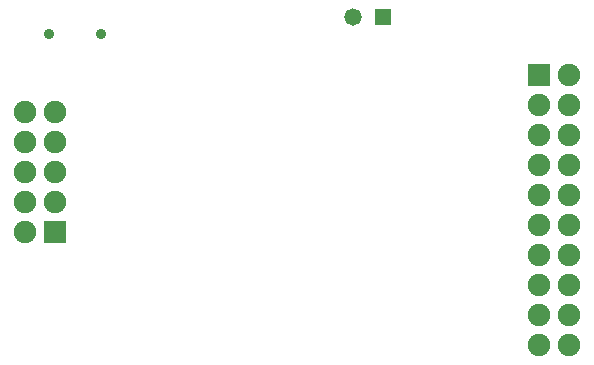
<source format=gbr>
G04 DipTrace 2.4.0.2*
%INBottomMask.gbr*%
%MOIN*%
%ADD39C,0.0354*%
%ADD58C,0.0748*%
%ADD60R,0.0748X0.0748*%
%ADD66R,0.0579X0.0579*%
%ADD68C,0.0579*%
%FSLAX44Y44*%
G04*
G70*
G90*
G75*
G01*
%LNBotMask*%
%LPD*%
D68*
X16000Y15625D3*
D66*
X17000D3*
D60*
X22187Y13687D3*
D58*
X23187D3*
X22187Y12687D3*
X23187D3*
X22187Y11687D3*
X23187D3*
X22187Y10687D3*
X23187D3*
X22187Y9687D3*
X23187D3*
X22187Y8687D3*
X23187D3*
X22187Y7687D3*
X23187D3*
X22187Y6687D3*
X23187D3*
X22187Y5687D3*
X23187D3*
X22187Y4687D3*
X23187D3*
D39*
X7581Y15052D3*
X5849D3*
D60*
X6064Y8472D3*
D58*
X5064D3*
X6064Y9472D3*
X5064D3*
X6064Y10472D3*
X5064D3*
X6064Y11472D3*
X5064D3*
X6064Y12472D3*
X5064D3*
M02*

</source>
